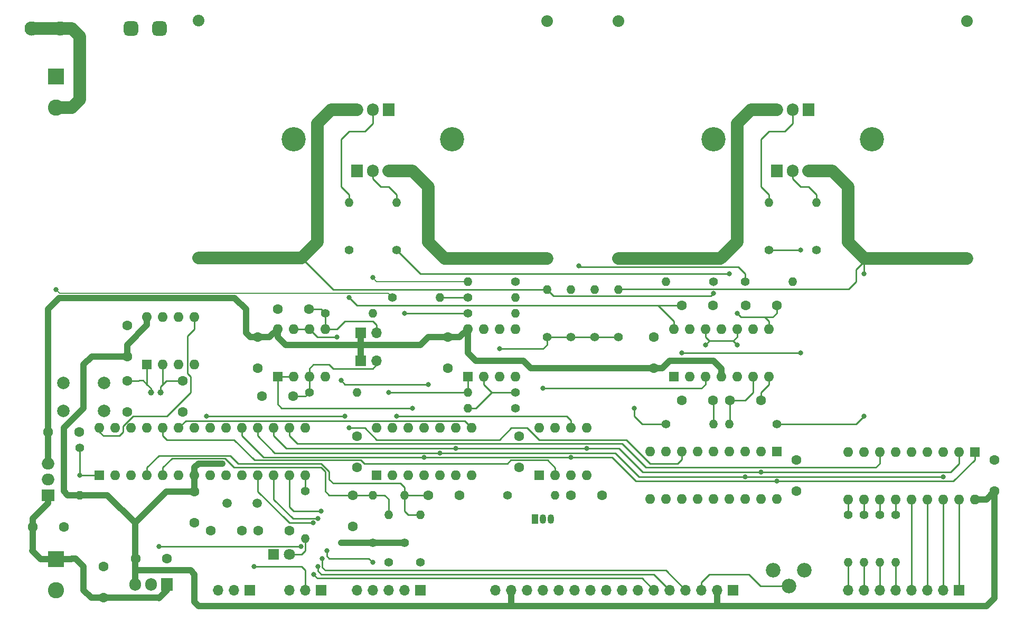
<source format=gbr>
%TF.GenerationSoftware,KiCad,Pcbnew,7.0.9*%
%TF.CreationDate,2024-01-17T08:58:22+01:00*%
%TF.ProjectId,DC Electronic Load,44432045-6c65-4637-9472-6f6e6963204c,rev?*%
%TF.SameCoordinates,Original*%
%TF.FileFunction,Copper,L1,Top*%
%TF.FilePolarity,Positive*%
%FSLAX46Y46*%
G04 Gerber Fmt 4.6, Leading zero omitted, Abs format (unit mm)*
G04 Created by KiCad (PCBNEW 7.0.9) date 2024-01-17 08:58:22*
%MOMM*%
%LPD*%
G01*
G04 APERTURE LIST*
G04 Aperture macros list*
%AMRoundRect*
0 Rectangle with rounded corners*
0 $1 Rounding radius*
0 $2 $3 $4 $5 $6 $7 $8 $9 X,Y pos of 4 corners*
0 Add a 4 corners polygon primitive as box body*
4,1,4,$2,$3,$4,$5,$6,$7,$8,$9,$2,$3,0*
0 Add four circle primitives for the rounded corners*
1,1,$1+$1,$2,$3*
1,1,$1+$1,$4,$5*
1,1,$1+$1,$6,$7*
1,1,$1+$1,$8,$9*
0 Add four rect primitives between the rounded corners*
20,1,$1+$1,$2,$3,$4,$5,0*
20,1,$1+$1,$4,$5,$6,$7,0*
20,1,$1+$1,$6,$7,$8,$9,0*
20,1,$1+$1,$8,$9,$2,$3,0*%
G04 Aperture macros list end*
%TA.AperFunction,ComponentPad*%
%ADD10C,1.000000*%
%TD*%
%TA.AperFunction,ComponentPad*%
%ADD11C,3.885000*%
%TD*%
%TA.AperFunction,ComponentPad*%
%ADD12C,2.000000*%
%TD*%
%TA.AperFunction,ComponentPad*%
%ADD13C,1.600000*%
%TD*%
%TA.AperFunction,ComponentPad*%
%ADD14R,1.700000X1.700000*%
%TD*%
%TA.AperFunction,ComponentPad*%
%ADD15O,1.700000X1.700000*%
%TD*%
%TA.AperFunction,ComponentPad*%
%ADD16R,1.600000X1.600000*%
%TD*%
%TA.AperFunction,ComponentPad*%
%ADD17O,1.600000X1.600000*%
%TD*%
%TA.AperFunction,ComponentPad*%
%ADD18R,1.905000X2.000000*%
%TD*%
%TA.AperFunction,ComponentPad*%
%ADD19O,1.905000X2.000000*%
%TD*%
%TA.AperFunction,ComponentPad*%
%ADD20RoundRect,0.575000X0.575000X0.575000X-0.575000X0.575000X-0.575000X-0.575000X0.575000X-0.575000X0*%
%TD*%
%TA.AperFunction,ComponentPad*%
%ADD21C,2.300000*%
%TD*%
%TA.AperFunction,ComponentPad*%
%ADD22C,1.500000*%
%TD*%
%TA.AperFunction,ComponentPad*%
%ADD23C,1.400000*%
%TD*%
%TA.AperFunction,ComponentPad*%
%ADD24O,1.400000X1.400000*%
%TD*%
%TA.AperFunction,ComponentPad*%
%ADD25C,1.875000*%
%TD*%
%TA.AperFunction,ComponentPad*%
%ADD26R,2.600000X2.600000*%
%TD*%
%TA.AperFunction,ComponentPad*%
%ADD27C,2.600000*%
%TD*%
%TA.AperFunction,ComponentPad*%
%ADD28C,2.340000*%
%TD*%
%TA.AperFunction,ComponentPad*%
%ADD29R,2.000000X1.905000*%
%TD*%
%TA.AperFunction,ComponentPad*%
%ADD30O,2.000000X1.905000*%
%TD*%
%TA.AperFunction,ComponentPad*%
%ADD31R,1.050000X1.500000*%
%TD*%
%TA.AperFunction,ComponentPad*%
%ADD32O,1.050000X1.500000*%
%TD*%
%TA.AperFunction,ComponentPad*%
%ADD33R,1.800000X1.800000*%
%TD*%
%TA.AperFunction,ComponentPad*%
%ADD34C,1.800000*%
%TD*%
%TA.AperFunction,ViaPad*%
%ADD35C,0.800000*%
%TD*%
%TA.AperFunction,Conductor*%
%ADD36C,0.250000*%
%TD*%
%TA.AperFunction,Conductor*%
%ADD37C,1.000000*%
%TD*%
%TA.AperFunction,Conductor*%
%ADD38C,0.200000*%
%TD*%
%TA.AperFunction,Conductor*%
%ADD39C,2.000000*%
%TD*%
G04 APERTURE END LIST*
D10*
%TO.P,Y2,1,1*%
%TO.N,Net-(U10-X2)*%
X87884000Y-95250000D03*
%TO.P,Y2,2,2*%
%TO.N,Net-(U10-X1)*%
X86360000Y-95250000D03*
%TD*%
D11*
%TO.P,H2,1,1*%
%TO.N,unconnected-(H2-Pad1)*%
X176530000Y-54610000D03*
%TO.P,H2,2,2*%
%TO.N,unconnected-(H2-Pad2)*%
X201930000Y-54610000D03*
%TD*%
%TO.P,H1,1,1*%
%TO.N,unconnected-(H1-Pad1)*%
X109220000Y-54610000D03*
%TO.P,H1,2,2*%
%TO.N,unconnected-(H1-Pad2)*%
X134620000Y-54610000D03*
%TD*%
D12*
%TO.P,SW1,1,1*%
%TO.N,GND*%
X72315000Y-93762000D03*
X78815000Y-93762000D03*
%TO.P,SW1,2,2*%
%TO.N,Net-(U11-PC6{slash}~{RESET})*%
X72315000Y-98262000D03*
X78815000Y-98262000D03*
%TD*%
D13*
%TO.P,C24,1*%
%TO.N,Net-(U12-VI)*%
X67370000Y-116840000D03*
%TO.P,C24,2*%
%TO.N,GND*%
X72370000Y-116840000D03*
%TD*%
%TO.P,C6,1*%
%TO.N,Net-(U3C--)*%
X181670000Y-81280000D03*
%TO.P,C6,2*%
%TO.N,Net-(C6-Pad2)*%
X186670000Y-81280000D03*
%TD*%
D14*
%TO.P,J2,1,Pin_1*%
%TO.N,/Digital/TXD*%
X102250000Y-127000000D03*
D15*
%TO.P,J2,2,Pin_2*%
%TO.N,/Digital/RXD*%
X99710000Y-127000000D03*
%TO.P,J2,3,Pin_3*%
%TO.N,GND*%
X97170000Y-127000000D03*
%TD*%
D16*
%TO.P,U11,1,PC6/~{RESET}*%
%TO.N,Net-(U11-PC6{slash}~{RESET})*%
X78115000Y-108575000D03*
D17*
%TO.P,U11,2,PD0*%
%TO.N,/Digital/RXD*%
X80655000Y-108575000D03*
%TO.P,U11,3,PD1*%
%TO.N,/Digital/TXD*%
X83195000Y-108575000D03*
%TO.P,U11,4,PD2*%
%TO.N,/Digital/RE_A*%
X85735000Y-108575000D03*
%TO.P,U11,5,PD3*%
%TO.N,/Digital/RE_B*%
X88275000Y-108575000D03*
%TO.P,U11,6,PD4*%
%TO.N,/Digital/LCD_CS*%
X90815000Y-108575000D03*
%TO.P,U11,7,VCC*%
%TO.N,+5V*%
X93355000Y-108575000D03*
%TO.P,U11,8,GND*%
%TO.N,GND*%
X95895000Y-108575000D03*
%TO.P,U11,9,PB6/XTAL1*%
%TO.N,Net-(U11-PB6{slash}XTAL1)*%
X98435000Y-108575000D03*
%TO.P,U11,10,PB7/XTAL2*%
%TO.N,Net-(U11-PB7{slash}XTAL2)*%
X100975000Y-108575000D03*
%TO.P,U11,11,PD5*%
%TO.N,/Digital/LCD_EN*%
X103515000Y-108575000D03*
%TO.P,U11,12,PD6*%
%TO.N,/Digital/LCD_RW*%
X106055000Y-108575000D03*
%TO.P,U11,13,PD7*%
%TO.N,/Digital/LCD_RS*%
X108595000Y-108575000D03*
%TO.P,U11,14,PB0*%
%TO.N,/Digital/LED_PWR*%
X111135000Y-108575000D03*
%TO.P,U11,15,PB1*%
%TO.N,/Digital/RE_BTN*%
X111135000Y-100955000D03*
%TO.P,U11,16,PB2*%
%TO.N,/Digital/KEY_CS*%
X108595000Y-100955000D03*
%TO.P,U11,17,PB3*%
%TO.N,/Digital/MOSI*%
X106055000Y-100955000D03*
%TO.P,U11,18,PB4*%
%TO.N,/Digital/MISO*%
X103515000Y-100955000D03*
%TO.P,U11,19,PB5*%
%TO.N,/Digital/SCLK*%
X100975000Y-100955000D03*
%TO.P,U11,20,AVCC*%
%TO.N,+5V*%
X98435000Y-100955000D03*
%TO.P,U11,21,AREF*%
%TO.N,unconnected-(U11-AREF-Pad21)*%
X95895000Y-100955000D03*
%TO.P,U11,22,AGND*%
%TO.N,GND*%
X93355000Y-100955000D03*
%TO.P,U11,23,PC0*%
%TO.N,/Digital/ADC_CS*%
X90815000Y-100955000D03*
%TO.P,U11,24,PC1*%
%TO.N,/Digital/DAC_CS*%
X88275000Y-100955000D03*
%TO.P,U11,25,PC2*%
%TO.N,Net-(J4-Pin_1)*%
X85735000Y-100955000D03*
%TO.P,U11,26,PC3*%
%TO.N,Net-(J4-Pin_2)*%
X83195000Y-100955000D03*
%TO.P,U11,27,PC4*%
%TO.N,/Digital/SDA*%
X80655000Y-100955000D03*
%TO.P,U11,28,PC5*%
%TO.N,/Digital/SCL*%
X78115000Y-100955000D03*
%TD*%
D18*
%TO.P,U12,1,VI*%
%TO.N,Net-(U12-VI)*%
X88900000Y-126055000D03*
D19*
%TO.P,U12,2,GND*%
%TO.N,GND*%
X86360000Y-126055000D03*
%TO.P,U12,3,VO*%
%TO.N,+5V*%
X83820000Y-126055000D03*
%TD*%
D20*
%TO.P,F1,1*%
%TO.N,GND*%
X87720000Y-36830000D03*
X83120000Y-36830000D03*
D21*
%TO.P,F1,2*%
%TO.N,/Vload+*%
X71820000Y-36830000D03*
X67220000Y-36830000D03*
%TD*%
D22*
%TO.P,Y1,1,1*%
%TO.N,Net-(U11-PB7{slash}XTAL2)*%
X103415000Y-113030000D03*
%TO.P,Y1,2,2*%
%TO.N,Net-(U11-PB6{slash}XTAL1)*%
X98535000Y-113030000D03*
%TD*%
D14*
%TO.P,U9,1,VSS*%
%TO.N,GND*%
X179705000Y-127000000D03*
D15*
%TO.P,U9,2,VDD*%
%TO.N,+5V*%
X177165000Y-127000000D03*
%TO.P,U9,3,VO*%
%TO.N,Net-(U9-VO)*%
X174625000Y-127000000D03*
%TO.P,U9,4,RS*%
%TO.N,/Digital/LCD_RS*%
X172085000Y-127000000D03*
%TO.P,U9,5,R/W*%
%TO.N,/Digital/LCD_RW*%
X169545000Y-127000000D03*
%TO.P,U9,6,E*%
%TO.N,/Digital/LCD_EN*%
X167005000Y-127000000D03*
%TO.P,U9,7,DB0*%
%TO.N,Net-(U6-GP7)*%
X164465000Y-127000000D03*
%TO.P,U9,8,DB1*%
%TO.N,Net-(U6-GP6)*%
X161925000Y-127000000D03*
%TO.P,U9,9,DB2*%
%TO.N,Net-(U6-GP5)*%
X159385000Y-127000000D03*
%TO.P,U9,10,DB3*%
%TO.N,Net-(U6-GP4)*%
X156845000Y-127000000D03*
%TO.P,U9,11,DB4*%
%TO.N,Net-(U6-GP3)*%
X154305000Y-127000000D03*
%TO.P,U9,12,DB5*%
%TO.N,Net-(U6-GP2)*%
X151765000Y-127000000D03*
%TO.P,U9,13,DB6*%
%TO.N,Net-(U6-GP1)*%
X149225000Y-127000000D03*
%TO.P,U9,14,DB7*%
%TO.N,Net-(U6-GP0)*%
X146685000Y-127000000D03*
%TO.P,U9,15,A*%
%TO.N,+5V*%
X144145000Y-127000000D03*
%TO.P,U9,16,K*%
%TO.N,GND*%
X141605000Y-127000000D03*
%TD*%
D23*
%TO.P,R29,1*%
%TO.N,Net-(U4-GP1)*%
X200660000Y-114935000D03*
D24*
%TO.P,R29,2*%
%TO.N,Net-(J3-Pin_7)*%
X200660000Y-122555000D03*
%TD*%
D25*
%TO.P,R19,1,1*%
%TO.N,GND*%
X149860000Y-35672500D03*
%TO.P,R19,2,2*%
%TO.N,/Vi1*%
X149860000Y-73772500D03*
%TD*%
D23*
%TO.P,R1,1*%
%TO.N,Net-(U1-+IN_A)*%
X153670000Y-86360000D03*
D24*
%TO.P,R1,2*%
%TO.N,/Vi1*%
X153670000Y-78740000D03*
%TD*%
D13*
%TO.P,C4,1*%
%TO.N,Net-(U3B--)*%
X179130000Y-96520000D03*
%TO.P,C4,2*%
%TO.N,Net-(C4-Pad2)*%
X184130000Y-96520000D03*
%TD*%
%TO.P,C15,1*%
%TO.N,GND*%
X100925000Y-117475000D03*
%TO.P,C15,2*%
%TO.N,Net-(U11-PB6{slash}XTAL1)*%
X95925000Y-117475000D03*
%TD*%
D23*
%TO.P,R34,1*%
%TO.N,Net-(SW2-A)*%
X129540000Y-122555000D03*
D24*
%TO.P,R34,2*%
%TO.N,/Digital/RE_A*%
X129540000Y-114935000D03*
%TD*%
D23*
%TO.P,R27,1*%
%TO.N,Net-(U4-GP3)*%
X205740000Y-114935000D03*
D24*
%TO.P,R27,2*%
%TO.N,Net-(J3-Pin_5)*%
X205740000Y-122555000D03*
%TD*%
D13*
%TO.P,C1,1*%
%TO.N,+12V*%
X103505000Y-86400000D03*
%TO.P,C1,2*%
%TO.N,GND*%
X103505000Y-91400000D03*
%TD*%
D23*
%TO.P,R7,1*%
%TO.N,ADC_ULoad*%
X137170000Y-82540000D03*
D24*
%TO.P,R7,2*%
%TO.N,Net-(U1--IN_B)*%
X144790000Y-82540000D03*
%TD*%
D23*
%TO.P,R35,1*%
%TO.N,Net-(SW2-B)*%
X124460000Y-122555000D03*
D24*
%TO.P,R35,2*%
%TO.N,/Digital/RE_B*%
X124460000Y-114935000D03*
%TD*%
D23*
%TO.P,R23,1*%
%TO.N,Net-(U2A-+)*%
X111760000Y-95250000D03*
D24*
%TO.P,R23,2*%
%TO.N,GND*%
X119380000Y-95250000D03*
%TD*%
D13*
%TO.P,C10,1*%
%TO.N,GND*%
X221605000Y-106085000D03*
%TO.P,C10,2*%
%TO.N,+5V*%
X221605000Y-111085000D03*
%TD*%
%TO.P,C2,1*%
%TO.N,+12V*%
X167005000Y-91400000D03*
%TO.P,C2,2*%
%TO.N,GND*%
X167005000Y-86400000D03*
%TD*%
D16*
%TO.P,U6,1,SCK*%
%TO.N,/Digital/SCLK*%
X186690000Y-104775000D03*
D17*
%TO.P,U6,2,SI*%
%TO.N,/Digital/MOSI*%
X184150000Y-104775000D03*
%TO.P,U6,3,SO*%
%TO.N,/Digital/MISO*%
X181610000Y-104775000D03*
%TO.P,U6,4,A1*%
%TO.N,GND*%
X179070000Y-104775000D03*
%TO.P,U6,5,A0*%
%TO.N,+5V*%
X176530000Y-104775000D03*
%TO.P,U6,6,~{RESET}*%
X173990000Y-104775000D03*
%TO.P,U6,7,~{CS}*%
%TO.N,/Digital/LCD_CS*%
X171450000Y-104775000D03*
%TO.P,U6,8,INT*%
%TO.N,unconnected-(U6-INT-Pad8)*%
X168910000Y-104775000D03*
%TO.P,U6,9,VSS*%
%TO.N,GND*%
X166370000Y-104775000D03*
%TO.P,U6,10,GP0*%
%TO.N,Net-(U6-GP0)*%
X166370000Y-112395000D03*
%TO.P,U6,11,GP1*%
%TO.N,Net-(U6-GP1)*%
X168910000Y-112395000D03*
%TO.P,U6,12,GP2*%
%TO.N,Net-(U6-GP2)*%
X171450000Y-112395000D03*
%TO.P,U6,13,GP3*%
%TO.N,Net-(U6-GP3)*%
X173990000Y-112395000D03*
%TO.P,U6,14,GP4*%
%TO.N,Net-(U6-GP4)*%
X176530000Y-112395000D03*
%TO.P,U6,15,GP5*%
%TO.N,Net-(U6-GP5)*%
X179070000Y-112395000D03*
%TO.P,U6,16,GP6*%
%TO.N,Net-(U6-GP6)*%
X181610000Y-112395000D03*
%TO.P,U6,17,GP7*%
%TO.N,Net-(U6-GP7)*%
X184150000Y-112395000D03*
%TO.P,U6,18,VDD*%
%TO.N,+5V*%
X186690000Y-112395000D03*
%TD*%
D23*
%TO.P,R2,1*%
%TO.N,Net-(U1-+IN_A)*%
X149860000Y-86360000D03*
D24*
%TO.P,R2,2*%
%TO.N,/Vi2*%
X149860000Y-78740000D03*
%TD*%
D14*
%TO.P,J3,1,Pin_1*%
%TO.N,Net-(J3-Pin_1)*%
X215900000Y-126990000D03*
D15*
%TO.P,J3,2,Pin_2*%
%TO.N,Net-(J3-Pin_2)*%
X213360000Y-126990000D03*
%TO.P,J3,3,Pin_3*%
%TO.N,Net-(J3-Pin_3)*%
X210820000Y-126990000D03*
%TO.P,J3,4,Pin_4*%
%TO.N,Net-(J3-Pin_4)*%
X208280000Y-126990000D03*
%TO.P,J3,5,Pin_5*%
%TO.N,Net-(J3-Pin_5)*%
X205740000Y-126990000D03*
%TO.P,J3,6,Pin_6*%
%TO.N,Net-(J3-Pin_6)*%
X203200000Y-126990000D03*
%TO.P,J3,7,Pin_7*%
%TO.N,Net-(J3-Pin_7)*%
X200660000Y-126990000D03*
%TO.P,J3,8,Pin_8*%
%TO.N,Net-(J3-Pin_8)*%
X198120000Y-126990000D03*
%TD*%
D23*
%TO.P,R3,1*%
%TO.N,Net-(U1-+IN_A)*%
X161290000Y-86360000D03*
D24*
%TO.P,R3,2*%
%TO.N,/Vi3*%
X161290000Y-78740000D03*
%TD*%
D23*
%TO.P,R6,1*%
%TO.N,GND*%
X144790000Y-97780000D03*
D24*
%TO.P,R6,2*%
%TO.N,Net-(U1--IN_A)*%
X137170000Y-97780000D03*
%TD*%
D13*
%TO.P,C23,1*%
%TO.N,Net-(U12-VI)*%
X78740000Y-128210000D03*
%TO.P,C23,2*%
%TO.N,GND*%
X78740000Y-123210000D03*
%TD*%
D23*
%TO.P,R16,1*%
%TO.N,Net-(C4-Pad2)*%
X193040000Y-72390000D03*
D24*
%TO.P,R16,2*%
%TO.N,Net-(Q3-G)*%
X193040000Y-64770000D03*
%TD*%
D13*
%TO.P,C12,1*%
%TO.N,GND*%
X119385000Y-107275000D03*
%TO.P,C12,2*%
%TO.N,+5V*%
X119385000Y-102275000D03*
%TD*%
D23*
%TO.P,R9,1*%
%TO.N,Net-(U1--IN_B)*%
X144780000Y-77470000D03*
D24*
%TO.P,R9,2*%
%TO.N,/Vload-*%
X137160000Y-77470000D03*
%TD*%
D23*
%TO.P,R33,1*%
%TO.N,+5V*%
X127000000Y-119380000D03*
D24*
%TO.P,R33,2*%
%TO.N,/Digital/RE_A*%
X127000000Y-111760000D03*
%TD*%
D13*
%TO.P,C17,1*%
%TO.N,+5V*%
X82550000Y-89495000D03*
%TO.P,C17,2*%
%TO.N,GND*%
X82550000Y-84495000D03*
%TD*%
D18*
%TO.P,Q2,1,D*%
%TO.N,/Vload-*%
X124460000Y-49855000D03*
D19*
%TO.P,Q2,2,G*%
%TO.N,Net-(Q2-G)*%
X121920000Y-49855000D03*
%TO.P,Q2,3,S*%
%TO.N,/Vi2*%
X119380000Y-49855000D03*
%TD*%
D26*
%TO.P,J1,1,Pin_1*%
%TO.N,/Vload-*%
X71120000Y-44530000D03*
D27*
%TO.P,J1,2,Pin_2*%
%TO.N,/Vload+*%
X71120000Y-49530000D03*
%TD*%
D23*
%TO.P,R30,1*%
%TO.N,Net-(U4-GP0)*%
X198120000Y-114935000D03*
D24*
%TO.P,R30,2*%
%TO.N,Net-(J3-Pin_8)*%
X198120000Y-122555000D03*
%TD*%
D23*
%TO.P,R31,1*%
%TO.N,Net-(U11-PC6{slash}~{RESET})*%
X74930000Y-104140000D03*
D24*
%TO.P,R31,2*%
%TO.N,+5V*%
X74930000Y-111760000D03*
%TD*%
D28*
%TO.P,RV1,1,1*%
%TO.N,+5V*%
X191135000Y-123825000D03*
%TO.P,RV1,2,2*%
%TO.N,Net-(U9-VO)*%
X188635000Y-126325000D03*
%TO.P,RV1,3,3*%
%TO.N,GND*%
X186135000Y-123825000D03*
%TD*%
D13*
%TO.P,C9,1*%
%TO.N,GND*%
X158710000Y-111760000D03*
%TO.P,C9,2*%
%TO.N,/Digital/Vref*%
X153710000Y-111760000D03*
%TD*%
%TO.P,C26,1*%
%TO.N,+12V*%
X69890000Y-101600000D03*
%TO.P,C26,2*%
%TO.N,GND*%
X74890000Y-101600000D03*
%TD*%
D23*
%TO.P,R10,1*%
%TO.N,/Vload+*%
X125095000Y-80010000D03*
D24*
%TO.P,R10,2*%
%TO.N,Net-(U1-+IN_B)*%
X132715000Y-80010000D03*
%TD*%
D23*
%TO.P,R17,1*%
%TO.N,Net-(C5-Pad2)*%
X118110000Y-72390000D03*
D24*
%TO.P,R17,2*%
%TO.N,Net-(Q2-G)*%
X118110000Y-64770000D03*
%TD*%
D13*
%TO.P,C3,1*%
%TO.N,Net-(U3A--)*%
X176470000Y-96520000D03*
%TO.P,C3,2*%
%TO.N,Net-(C3-Pad2)*%
X171470000Y-96520000D03*
%TD*%
D29*
%TO.P,U13,1,IN*%
%TO.N,Net-(U12-VI)*%
X69850000Y-111760000D03*
D30*
%TO.P,U13,2,GND*%
%TO.N,GND*%
X69850000Y-109220000D03*
%TO.P,U13,3,OUT*%
%TO.N,+12V*%
X69850000Y-106680000D03*
%TD*%
D23*
%TO.P,R8,1*%
%TO.N,Net-(U1-+IN_B)*%
X137170000Y-80000000D03*
D24*
%TO.P,R8,2*%
%TO.N,GND*%
X144790000Y-80000000D03*
%TD*%
D16*
%TO.P,U8,1,CH0*%
%TO.N,ADC_ILoad*%
X122555000Y-108585000D03*
D17*
%TO.P,U8,2,CH1*%
%TO.N,ADC_ULoad*%
X125095000Y-108585000D03*
%TO.P,U8,3,CH2*%
%TO.N,NTC1_OUT*%
X127635000Y-108585000D03*
%TO.P,U8,4,CH3*%
%TO.N,NTC2_OUT*%
X130175000Y-108585000D03*
%TO.P,U8,5,NC*%
%TO.N,unconnected-(U8-NC-Pad5)*%
X132715000Y-108585000D03*
%TO.P,U8,6,NC*%
%TO.N,unconnected-(U8-NC-Pad6)*%
X135255000Y-108585000D03*
%TO.P,U8,7,DGND*%
%TO.N,GND*%
X137795000Y-108585000D03*
%TO.P,U8,8,~{CS}/SHDN*%
%TO.N,/Digital/ADC_CS*%
X137795000Y-100965000D03*
%TO.P,U8,9,Din*%
%TO.N,/Digital/MOSI*%
X135255000Y-100965000D03*
%TO.P,U8,10,Dout*%
%TO.N,/Digital/MISO*%
X132715000Y-100965000D03*
%TO.P,U8,11,CLK*%
%TO.N,/Digital/SCLK*%
X130175000Y-100965000D03*
%TO.P,U8,12,AGND*%
%TO.N,GND*%
X127635000Y-100965000D03*
%TO.P,U8,13,Vref*%
%TO.N,/Digital/Vref*%
X125095000Y-100965000D03*
%TO.P,U8,14,Vdd*%
%TO.N,+5V*%
X122555000Y-100965000D03*
%TD*%
D14*
%TO.P,TH2,1*%
%TO.N,+12V*%
X120015000Y-85725000D03*
D15*
%TO.P,TH2,2*%
%TO.N,Net-(U2B-+)*%
X122555000Y-85725000D03*
%TD*%
D13*
%TO.P,C21,1*%
%TO.N,GND*%
X118745000Y-116800000D03*
%TO.P,C21,2*%
%TO.N,/Digital/RE_B*%
X118745000Y-111800000D03*
%TD*%
D23*
%TO.P,R5,1*%
%TO.N,Net-(U1--IN_A)*%
X144790000Y-95240000D03*
D24*
%TO.P,R5,2*%
%TO.N,ADC_ILoad*%
X137170000Y-95240000D03*
%TD*%
D23*
%TO.P,R15,1*%
%TO.N,Net-(C3-Pad2)*%
X185420000Y-72390000D03*
D24*
%TO.P,R15,2*%
%TO.N,Net-(Q4-G)*%
X185420000Y-64770000D03*
%TD*%
D23*
%TO.P,R14,1*%
%TO.N,/Vi1*%
X181610000Y-77470000D03*
D24*
%TO.P,R14,2*%
%TO.N,Net-(U3C--)*%
X189230000Y-77470000D03*
%TD*%
D25*
%TO.P,R21,1,1*%
%TO.N,GND*%
X217170000Y-35672500D03*
%TO.P,R21,2,2*%
%TO.N,/Vi3*%
X217170000Y-73772500D03*
%TD*%
D13*
%TO.P,C18,1*%
%TO.N,GND*%
X93345000Y-116165000D03*
%TO.P,C18,2*%
%TO.N,+5V*%
X93345000Y-111165000D03*
%TD*%
D16*
%TO.P,U3,1*%
%TO.N,Net-(C3-Pad2)*%
X170175000Y-92700000D03*
D17*
%TO.P,U3,2,-*%
%TO.N,Net-(U3A--)*%
X172715000Y-92700000D03*
%TO.P,U3,3,+*%
%TO.N,DAC_Out*%
X175255000Y-92700000D03*
%TO.P,U3,4,V+*%
%TO.N,+12V*%
X177795000Y-92700000D03*
%TO.P,U3,5,+*%
%TO.N,DAC_Out*%
X180335000Y-92700000D03*
%TO.P,U3,6,-*%
%TO.N,Net-(U3B--)*%
X182875000Y-92700000D03*
%TO.P,U3,7*%
%TO.N,Net-(C4-Pad2)*%
X185415000Y-92700000D03*
%TO.P,U3,8*%
%TO.N,Net-(C6-Pad2)*%
X185415000Y-85080000D03*
%TO.P,U3,9,-*%
%TO.N,Net-(U3C--)*%
X182875000Y-85080000D03*
%TO.P,U3,10,+*%
%TO.N,DAC_Out*%
X180335000Y-85080000D03*
%TO.P,U3,11,V-*%
%TO.N,GND*%
X177795000Y-85080000D03*
%TO.P,U3,12,+*%
%TO.N,DAC_Out*%
X175255000Y-85080000D03*
%TO.P,U3,13,-*%
%TO.N,Net-(U3D--)*%
X172715000Y-85080000D03*
%TO.P,U3,14*%
%TO.N,Net-(C5-Pad2)*%
X170175000Y-85080000D03*
%TD*%
D23*
%TO.P,R11,1*%
%TO.N,/Vi4*%
X168905000Y-100320000D03*
D24*
%TO.P,R11,2*%
%TO.N,Net-(U3A--)*%
X176525000Y-100320000D03*
%TD*%
D18*
%TO.P,Q4,1,D*%
%TO.N,/Vload-*%
X191770000Y-49855000D03*
D19*
%TO.P,Q4,2,G*%
%TO.N,Net-(Q4-G)*%
X189230000Y-49855000D03*
%TO.P,Q4,3,S*%
%TO.N,/Vi4*%
X186690000Y-49855000D03*
%TD*%
D16*
%TO.P,U1,1,OUTPUT_A*%
%TO.N,ADC_ILoad*%
X137160000Y-92710000D03*
D17*
%TO.P,U1,2,-IN_A*%
%TO.N,Net-(U1--IN_A)*%
X139700000Y-92710000D03*
%TO.P,U1,3,+IN_A*%
%TO.N,Net-(U1-+IN_A)*%
X142240000Y-92710000D03*
%TO.P,U1,4,V-*%
%TO.N,GND*%
X144780000Y-92710000D03*
%TO.P,U1,5,+IN_B*%
%TO.N,Net-(U1-+IN_B)*%
X144780000Y-85090000D03*
%TO.P,U1,6,-IN_B*%
%TO.N,Net-(U1--IN_B)*%
X142240000Y-85090000D03*
%TO.P,U1,7,OUTPUT_B*%
%TO.N,ADC_ULoad*%
X139700000Y-85090000D03*
%TO.P,U1,8,V+*%
%TO.N,+12V*%
X137160000Y-85090000D03*
%TD*%
D25*
%TO.P,R20,1,1*%
%TO.N,GND*%
X93980000Y-35560000D03*
%TO.P,R20,2,2*%
%TO.N,/Vi2*%
X93980000Y-73660000D03*
%TD*%
D14*
%TO.P,SW2,1,A*%
%TO.N,Net-(SW2-A)*%
X129550000Y-126990000D03*
D15*
%TO.P,SW2,2,C*%
%TO.N,GND*%
X127010000Y-126990000D03*
%TO.P,SW2,3,B*%
%TO.N,Net-(SW2-B)*%
X124470000Y-126990000D03*
%TO.P,SW2,4,S1*%
%TO.N,/Digital/RE_BTN*%
X121930000Y-126990000D03*
%TO.P,SW2,5,S2*%
%TO.N,GND*%
X119390000Y-126990000D03*
%TD*%
D25*
%TO.P,R22,1,1*%
%TO.N,GND*%
X161290000Y-35672500D03*
%TO.P,R22,2,2*%
%TO.N,/Vi4*%
X161290000Y-73772500D03*
%TD*%
D16*
%TO.P,U7,1,Vdd*%
%TO.N,+5V*%
X148600000Y-108575000D03*
D17*
%TO.P,U7,2,~{CS}*%
%TO.N,/Digital/DAC_CS*%
X151140000Y-108575000D03*
%TO.P,U7,3,SCK*%
%TO.N,/Digital/SCLK*%
X153680000Y-108575000D03*
%TO.P,U7,4,SDI*%
%TO.N,/Digital/MOSI*%
X156220000Y-108575000D03*
%TO.P,U7,5,~{LDAC}*%
%TO.N,GND*%
X156220000Y-100955000D03*
%TO.P,U7,6,Vref*%
%TO.N,/Digital/Vref*%
X153680000Y-100955000D03*
%TO.P,U7,7,Vss*%
%TO.N,GND*%
X151140000Y-100955000D03*
%TO.P,U7,8,Vout*%
%TO.N,DAC_Out*%
X148600000Y-100955000D03*
%TD*%
D16*
%TO.P,U2,1*%
%TO.N,NTC1_OUT*%
X106690000Y-92700000D03*
D17*
%TO.P,U2,2,-*%
X109230000Y-92700000D03*
%TO.P,U2,3,+*%
%TO.N,Net-(U2A-+)*%
X111770000Y-92700000D03*
%TO.P,U2,4,V-*%
%TO.N,GND*%
X114310000Y-92700000D03*
%TO.P,U2,5,+*%
%TO.N,Net-(U2B-+)*%
X114310000Y-85080000D03*
%TO.P,U2,6,-*%
%TO.N,NTC2_OUT*%
X111770000Y-85080000D03*
%TO.P,U2,7*%
X109230000Y-85080000D03*
%TO.P,U2,8,V+*%
%TO.N,+12V*%
X106690000Y-85080000D03*
%TD*%
D13*
%TO.P,C14,1*%
%TO.N,+5V*%
X189865000Y-111085000D03*
%TO.P,C14,2*%
%TO.N,GND*%
X189865000Y-106085000D03*
%TD*%
%TO.P,C25,1*%
%TO.N,+5V*%
X83880000Y-121920000D03*
%TO.P,C25,2*%
%TO.N,GND*%
X88880000Y-121920000D03*
%TD*%
D31*
%TO.P,U5,1*%
%TO.N,N/C*%
X147955000Y-115570000D03*
D32*
%TO.P,U5,2,K*%
%TO.N,/Digital/Vref*%
X149225000Y-115570000D03*
%TO.P,U5,3,A*%
%TO.N,GND*%
X150495000Y-115570000D03*
%TD*%
D13*
%TO.P,C7,1*%
%TO.N,Net-(U2A-+)*%
X109160000Y-95885000D03*
%TO.P,C7,2*%
%TO.N,GND*%
X104160000Y-95885000D03*
%TD*%
D33*
%TO.P,D1,1,K*%
%TO.N,GND*%
X106045000Y-121285000D03*
D34*
%TO.P,D1,2,A*%
%TO.N,Net-(D1-A)*%
X108585000Y-121285000D03*
%TD*%
D23*
%TO.P,R25,1*%
%TO.N,/Digital/LED_PWR*%
X111125000Y-111125000D03*
D24*
%TO.P,R25,2*%
%TO.N,Net-(D1-A)*%
X111125000Y-118745000D03*
%TD*%
D13*
%TO.P,C20,1*%
%TO.N,Net-(U10-X2)*%
X91440000Y-93385000D03*
%TO.P,C20,2*%
%TO.N,GND*%
X91440000Y-98385000D03*
%TD*%
D23*
%TO.P,R24,1*%
%TO.N,Net-(U2B-+)*%
X114300000Y-82550000D03*
D24*
%TO.P,R24,2*%
%TO.N,GND*%
X121920000Y-82550000D03*
%TD*%
D14*
%TO.P,J4,1,Pin_1*%
%TO.N,Net-(J4-Pin_1)*%
X113665000Y-127000000D03*
D15*
%TO.P,J4,2,Pin_2*%
%TO.N,Net-(J4-Pin_2)*%
X111125000Y-127000000D03*
%TO.P,J4,3,Pin_3*%
%TO.N,GND*%
X108585000Y-127000000D03*
%TD*%
D23*
%TO.P,R28,1*%
%TO.N,Net-(U4-GP2)*%
X203200000Y-114935000D03*
D24*
%TO.P,R28,2*%
%TO.N,Net-(J3-Pin_6)*%
X203200000Y-122555000D03*
%TD*%
D13*
%TO.P,C8,1*%
%TO.N,Net-(U2B-+)*%
X111700000Y-81915000D03*
%TO.P,C8,2*%
%TO.N,GND*%
X106700000Y-81915000D03*
%TD*%
%TO.P,C27,1*%
%TO.N,GND*%
X133985000Y-91400000D03*
%TO.P,C27,2*%
%TO.N,+12V*%
X133985000Y-86400000D03*
%TD*%
D23*
%TO.P,R18,1*%
%TO.N,Net-(C6-Pad2)*%
X125730000Y-72390000D03*
D24*
%TO.P,R18,2*%
%TO.N,Net-(Q1-G)*%
X125730000Y-64770000D03*
%TD*%
D16*
%TO.P,U10,1,X1*%
%TO.N,Net-(U10-X1)*%
X85735000Y-90795000D03*
D17*
%TO.P,U10,2,X2*%
%TO.N,Net-(U10-X2)*%
X88275000Y-90795000D03*
%TO.P,U10,3,VBAT*%
%TO.N,GND*%
X90815000Y-90795000D03*
%TO.P,U10,4,VSS*%
X93355000Y-90795000D03*
%TO.P,U10,5,SDA*%
%TO.N,/Digital/SCL*%
X93355000Y-83175000D03*
%TO.P,U10,6,SCL*%
%TO.N,/Digital/SDA*%
X90815000Y-83175000D03*
%TO.P,U10,7,MFP*%
%TO.N,/Digital/FLOAT*%
X88275000Y-83175000D03*
%TO.P,U10,8,VCC*%
%TO.N,+5V*%
X85735000Y-83175000D03*
%TD*%
D13*
%TO.P,C5,1*%
%TO.N,Net-(U3D--)*%
X176470000Y-81280000D03*
%TO.P,C5,2*%
%TO.N,Net-(C5-Pad2)*%
X171470000Y-81280000D03*
%TD*%
D23*
%TO.P,R13,1*%
%TO.N,/Vi2*%
X176530000Y-77470000D03*
D24*
%TO.P,R13,2*%
%TO.N,Net-(U3D--)*%
X168910000Y-77470000D03*
%TD*%
D13*
%TO.P,C16,1*%
%TO.N,GND*%
X103545000Y-117475000D03*
%TO.P,C16,2*%
%TO.N,Net-(U11-PB7{slash}XTAL2)*%
X108545000Y-117475000D03*
%TD*%
D16*
%TO.P,U4,1,SCK*%
%TO.N,/Digital/SCLK*%
X218430000Y-104785000D03*
D17*
%TO.P,U4,2,SI*%
%TO.N,/Digital/MOSI*%
X215890000Y-104785000D03*
%TO.P,U4,3,SO*%
%TO.N,/Digital/MISO*%
X213350000Y-104785000D03*
%TO.P,U4,4,A1*%
%TO.N,GND*%
X210810000Y-104785000D03*
%TO.P,U4,5,A0*%
X208270000Y-104785000D03*
%TO.P,U4,6,~{RESET}*%
X205730000Y-104785000D03*
%TO.P,U4,7,~{CS}*%
%TO.N,/Digital/KEY_CS*%
X203190000Y-104785000D03*
%TO.P,U4,8,INT*%
%TO.N,unconnected-(U4-INT-Pad8)*%
X200650000Y-104785000D03*
%TO.P,U4,9,VSS*%
%TO.N,GND*%
X198110000Y-104785000D03*
%TO.P,U4,10,GP0*%
%TO.N,Net-(U4-GP0)*%
X198110000Y-112405000D03*
%TO.P,U4,11,GP1*%
%TO.N,Net-(U4-GP1)*%
X200650000Y-112405000D03*
%TO.P,U4,12,GP2*%
%TO.N,Net-(U4-GP2)*%
X203190000Y-112405000D03*
%TO.P,U4,13,GP3*%
%TO.N,Net-(U4-GP3)*%
X205730000Y-112405000D03*
%TO.P,U4,14,GP4*%
%TO.N,Net-(J3-Pin_4)*%
X208270000Y-112405000D03*
%TO.P,U4,15,GP5*%
%TO.N,Net-(J3-Pin_3)*%
X210810000Y-112405000D03*
%TO.P,U4,16,GP6*%
%TO.N,Net-(J3-Pin_2)*%
X213350000Y-112405000D03*
%TO.P,U4,17,GP7*%
%TO.N,Net-(J3-Pin_1)*%
X215890000Y-112405000D03*
%TO.P,U4,18,VDD*%
%TO.N,+5V*%
X218430000Y-112405000D03*
%TD*%
D13*
%TO.P,C22,1*%
%TO.N,GND*%
X135850000Y-111760000D03*
%TO.P,C22,2*%
%TO.N,/Digital/RE_A*%
X130850000Y-111760000D03*
%TD*%
D23*
%TO.P,R12,1*%
%TO.N,/Vi3*%
X186685000Y-100330000D03*
D24*
%TO.P,R12,2*%
%TO.N,Net-(U3B--)*%
X179065000Y-100330000D03*
%TD*%
D13*
%TO.P,C19,1*%
%TO.N,Net-(U10-X1)*%
X82550000Y-93385000D03*
%TO.P,C19,2*%
%TO.N,GND*%
X82550000Y-98385000D03*
%TD*%
D23*
%TO.P,R32,1*%
%TO.N,+5V*%
X121920000Y-119380000D03*
D24*
%TO.P,R32,2*%
%TO.N,/Digital/RE_B*%
X121920000Y-111760000D03*
%TD*%
D13*
%TO.P,C11,1*%
%TO.N,+5V*%
X145415000Y-107275000D03*
%TO.P,C11,2*%
%TO.N,GND*%
X145415000Y-102275000D03*
%TD*%
D26*
%TO.P,J5,1*%
%TO.N,Net-(U12-VI)*%
X71120000Y-122000000D03*
D27*
%TO.P,J5,2*%
%TO.N,GND*%
X71120000Y-127000000D03*
%TD*%
D18*
%TO.P,Q3,1,D*%
%TO.N,/Vload-*%
X186690000Y-59690000D03*
D19*
%TO.P,Q3,2,G*%
%TO.N,Net-(Q3-G)*%
X189230000Y-59690000D03*
%TO.P,Q3,3,S*%
%TO.N,/Vi3*%
X191770000Y-59690000D03*
%TD*%
D23*
%TO.P,R4,1*%
%TO.N,Net-(U1-+IN_A)*%
X157480000Y-86360000D03*
D24*
%TO.P,R4,2*%
%TO.N,/Vi4*%
X157480000Y-78740000D03*
%TD*%
D14*
%TO.P,TH1,1*%
%TO.N,+12V*%
X120010000Y-90170000D03*
D15*
%TO.P,TH1,2*%
%TO.N,Net-(U2A-+)*%
X122550000Y-90170000D03*
%TD*%
D18*
%TO.P,Q1,1,D*%
%TO.N,/Vload-*%
X119380000Y-59690000D03*
D19*
%TO.P,Q1,2,G*%
%TO.N,Net-(Q1-G)*%
X121920000Y-59690000D03*
%TO.P,Q1,3,S*%
%TO.N,/Vi1*%
X124460000Y-59690000D03*
%TD*%
D23*
%TO.P,R26,1*%
%TO.N,+5V*%
X143510000Y-111760000D03*
D24*
%TO.P,R26,2*%
%TO.N,/Digital/Vref*%
X151130000Y-111760000D03*
%TD*%
D35*
%TO.N,Net-(J4-Pin_1)*%
X87630000Y-120015000D03*
X110400500Y-120015000D03*
%TO.N,Net-(U11-PC6{slash}~{RESET})*%
X74930000Y-108575000D03*
%TO.N,Net-(C3-Pad2)*%
X190500000Y-72390000D03*
X190500000Y-88900000D03*
X171450000Y-88900000D03*
%TO.N,+5V*%
X97790000Y-106680000D03*
X116840000Y-129540000D03*
X116840000Y-119380000D03*
X191135000Y-129540000D03*
X136525000Y-129540000D03*
%TO.N,/Digital/Vref*%
X125730000Y-99060000D03*
%TO.N,/Vload-*%
X121920000Y-76835000D03*
%TO.N,/Vi4*%
X163830000Y-97790000D03*
%TO.N,/Vi3*%
X200660000Y-99060000D03*
X200660000Y-76200000D03*
%TO.N,/Vi2*%
X176530000Y-79375000D03*
%TO.N,/Vi1*%
X154940000Y-74930000D03*
%TO.N,ADC_ILoad*%
X124460000Y-95250000D03*
%TO.N,ADC_ULoad*%
X127000000Y-82550000D03*
%TO.N,DAC_Out*%
X180340000Y-87630000D03*
X149225000Y-94615000D03*
X175260000Y-87630000D03*
%TO.N,/Digital/SCLK*%
X130175000Y-105678500D03*
X186690000Y-109488500D03*
X153670000Y-105678500D03*
%TO.N,/Digital/MOSI*%
X184150000Y-108039500D03*
X135255000Y-104229500D03*
X156210000Y-104229500D03*
%TO.N,/Digital/MISO*%
X213360000Y-108764000D03*
X132715000Y-104954000D03*
X181610000Y-108764000D03*
%TO.N,/Digital/LCD_RW*%
X113101755Y-115498245D03*
X113119500Y-123190000D03*
%TO.N,/Digital/LCD_RS*%
X113665000Y-114300000D03*
X113844500Y-121920000D03*
%TO.N,/Digital/RE_BTN*%
X121920000Y-122555000D03*
X114551255Y-120650000D03*
%TO.N,Net-(C5-Pad2)*%
X118110000Y-80010000D03*
%TO.N,Net-(C6-Pad2)*%
X179070000Y-76200000D03*
X180340000Y-82550000D03*
%TO.N,/Vload+*%
X71120000Y-78740000D03*
%TO.N,NTC1_OUT*%
X128270000Y-97790000D03*
%TO.N,NTC2_OUT*%
X116840000Y-93345000D03*
X130810000Y-93980000D03*
X116205000Y-86360000D03*
%TO.N,Net-(J4-Pin_2)*%
X102870000Y-123190000D03*
%TO.N,Net-(U1-+IN_A)*%
X142240000Y-88265000D03*
%TO.N,/Digital/LCD_CS*%
X95250000Y-99060000D03*
X117475000Y-99060000D03*
X118110000Y-100965000D03*
%TO.N,/Digital/LCD_EN*%
X112484500Y-124460000D03*
X112395000Y-116205000D03*
%TD*%
D36*
%TO.N,Net-(J4-Pin_1)*%
X110400500Y-120015000D02*
X87630000Y-120015000D01*
%TO.N,Net-(U11-PC6{slash}~{RESET})*%
X78115000Y-108575000D02*
X74930000Y-108575000D01*
X74930000Y-104140000D02*
X74930000Y-108575000D01*
%TO.N,Net-(U10-X1)*%
X85735000Y-93970000D02*
X85725000Y-93980000D01*
X85725000Y-93980000D02*
X85090000Y-93345000D01*
X85735000Y-90795000D02*
X85735000Y-93970000D01*
X86360000Y-94615000D02*
X85725000Y-93980000D01*
X84415000Y-93385000D02*
X82550000Y-93385000D01*
X84455000Y-93345000D02*
X84415000Y-93385000D01*
X85090000Y-93345000D02*
X84455000Y-93345000D01*
X86360000Y-95250000D02*
X86360000Y-94615000D01*
%TO.N,Net-(U10-X2)*%
X88275000Y-93970000D02*
X88265000Y-93980000D01*
X88265000Y-93980000D02*
X87884000Y-94361000D01*
X88860000Y-93385000D02*
X88265000Y-93980000D01*
X88275000Y-90795000D02*
X88275000Y-93970000D01*
X91440000Y-93385000D02*
X88860000Y-93385000D01*
X87884000Y-94361000D02*
X87884000Y-95250000D01*
D37*
%TO.N,+5V*%
X93980000Y-129540000D02*
X116840000Y-129540000D01*
X93345000Y-128905000D02*
X93980000Y-129540000D01*
X93345000Y-124460000D02*
X93345000Y-128905000D01*
X92710000Y-123825000D02*
X93345000Y-124460000D01*
X83820000Y-123825000D02*
X92710000Y-123825000D01*
D36*
%TO.N,/Digital/RE_A*%
X127000000Y-110490000D02*
X127000000Y-111760000D01*
X126365000Y-109855000D02*
X127000000Y-110490000D01*
X115570000Y-109855000D02*
X126365000Y-109855000D01*
X114935000Y-109220000D02*
X115570000Y-109855000D01*
X114935000Y-107950000D02*
X114935000Y-109220000D01*
X114750000Y-107765000D02*
X114935000Y-107950000D01*
X114750000Y-107763604D02*
X114750000Y-107765000D01*
X113666396Y-106680000D02*
X114750000Y-107763604D01*
X100330000Y-106680000D02*
X113666396Y-106680000D01*
X99060000Y-105410000D02*
X100330000Y-106680000D01*
X98425000Y-105410000D02*
X99060000Y-105410000D01*
X87635000Y-105405000D02*
X98420000Y-105405000D01*
X98420000Y-105405000D02*
X98425000Y-105410000D01*
X85725000Y-107315000D02*
X87635000Y-105405000D01*
X85735000Y-108575000D02*
X85735000Y-107325000D01*
X85735000Y-107325000D02*
X85725000Y-107315000D01*
%TO.N,/Digital/RE_B*%
X99695000Y-107315000D02*
X98235000Y-105855000D01*
%TO.N,NTC1_OUT*%
X109230000Y-92700000D02*
X106690000Y-92700000D01*
%TO.N,NTC2_OUT*%
X111770000Y-85080000D02*
X109230000Y-85080000D01*
%TO.N,Net-(U9-VO)*%
X175895000Y-124460000D02*
X174625000Y-125730000D01*
X182245000Y-124460000D02*
X175895000Y-124460000D01*
X184110000Y-126325000D02*
X182245000Y-124460000D01*
X174625000Y-125730000D02*
X174625000Y-127000000D01*
X188635000Y-126325000D02*
X184110000Y-126325000D01*
%TO.N,Net-(C3-Pad2)*%
X189230000Y-88900000D02*
X190500000Y-88900000D01*
X171450000Y-88900000D02*
X189230000Y-88900000D01*
X190500000Y-72390000D02*
X185420000Y-72390000D01*
%TO.N,Net-(C4-Pad2)*%
X185415000Y-92700000D02*
X185415000Y-93975000D01*
X184130000Y-95270000D02*
X184130000Y-96520000D01*
X185420000Y-93980000D02*
X184130000Y-95270000D01*
X185415000Y-93975000D02*
X185420000Y-93980000D01*
D37*
%TO.N,+12V*%
X106690000Y-86350000D02*
X106680000Y-86360000D01*
X69850000Y-81915000D02*
X71655000Y-80110000D01*
X146050000Y-90170000D02*
X147280000Y-91400000D01*
X101600000Y-85725000D02*
X102275000Y-86400000D01*
X169545000Y-90170000D02*
X176530000Y-90170000D01*
X105370000Y-86400000D02*
X106690000Y-85080000D01*
X130810000Y-86360000D02*
X130850000Y-86400000D01*
X167005000Y-91400000D02*
X168315000Y-91400000D01*
X107950000Y-87630000D02*
X120015000Y-87630000D01*
X147280000Y-91400000D02*
X167005000Y-91400000D01*
X101600000Y-81915000D02*
X101600000Y-85725000D01*
X120015000Y-87630000D02*
X120010000Y-87635000D01*
X137170000Y-88890000D02*
X137160000Y-88900000D01*
X120010000Y-87635000D02*
X120010000Y-90170000D01*
X102275000Y-86400000D02*
X103505000Y-86400000D01*
X177795000Y-91445000D02*
X177795000Y-92700000D01*
X106690000Y-85080000D02*
X106690000Y-86350000D01*
X120015000Y-87630000D02*
X120015000Y-85725000D01*
X130850000Y-86400000D02*
X133985000Y-86400000D01*
X138430000Y-90170000D02*
X146050000Y-90170000D01*
X133985000Y-86400000D02*
X135850000Y-86400000D01*
X120015000Y-87630000D02*
X129540000Y-87630000D01*
X99795000Y-80110000D02*
X101600000Y-81915000D01*
X71655000Y-80110000D02*
X99795000Y-80110000D01*
X137110000Y-85140000D02*
X137170000Y-85080000D01*
X137170000Y-85080000D02*
X137170000Y-88890000D01*
X168315000Y-91400000D02*
X169545000Y-90170000D01*
X129540000Y-87630000D02*
X130810000Y-86360000D01*
X69850000Y-106680000D02*
X69850000Y-81915000D01*
X135850000Y-86400000D02*
X137160000Y-85090000D01*
X137160000Y-88900000D02*
X138430000Y-90170000D01*
X106680000Y-86360000D02*
X107950000Y-87630000D01*
X177800000Y-91440000D02*
X177795000Y-91445000D01*
X103505000Y-86400000D02*
X105370000Y-86400000D01*
X176530000Y-90170000D02*
X177800000Y-91440000D01*
%TO.N,+5V*%
X72390000Y-111125000D02*
X72390000Y-100965000D01*
X138430000Y-129540000D02*
X144145000Y-129540000D01*
X177165000Y-129540000D02*
X191135000Y-129540000D01*
X218430000Y-112405000D02*
X220285000Y-112405000D01*
X83820000Y-126055000D02*
X83820000Y-123825000D01*
X83820000Y-123825000D02*
X83820000Y-116205000D01*
X85735000Y-84445000D02*
X85735000Y-83175000D01*
X191135000Y-129540000D02*
X220345000Y-129540000D01*
X82550000Y-89495000D02*
X82550000Y-87630000D01*
X127000000Y-119380000D02*
X116840000Y-119380000D01*
X93345000Y-108585000D02*
X93355000Y-108575000D01*
X75565000Y-90805000D02*
X76875000Y-89495000D01*
X144145000Y-129540000D02*
X144145000Y-127000000D01*
X144145000Y-129540000D02*
X177165000Y-129540000D01*
X93355000Y-108575000D02*
X93355000Y-107305000D01*
X74930000Y-111760000D02*
X73025000Y-111760000D01*
X72390000Y-100965000D02*
X75565000Y-97790000D01*
X220285000Y-112405000D02*
X221605000Y-111085000D01*
X88860000Y-111165000D02*
X93345000Y-111165000D01*
X220345000Y-129540000D02*
X221605000Y-128280000D01*
X116840000Y-129540000D02*
X138430000Y-129540000D01*
X83820000Y-116205000D02*
X79375000Y-111760000D01*
X93980000Y-106680000D02*
X97790000Y-106680000D01*
X177165000Y-129540000D02*
X177165000Y-127000000D01*
X75565000Y-97790000D02*
X75565000Y-90805000D01*
X79375000Y-111760000D02*
X74930000Y-111760000D01*
X76875000Y-89495000D02*
X82550000Y-89495000D01*
X221605000Y-128280000D02*
X221605000Y-111085000D01*
X93355000Y-107305000D02*
X93980000Y-106680000D01*
X83820000Y-116205000D02*
X88860000Y-111165000D01*
X82550000Y-87630000D02*
X85735000Y-84445000D01*
X93345000Y-111165000D02*
X93345000Y-108585000D01*
X73025000Y-111760000D02*
X72390000Y-111125000D01*
D36*
%TO.N,/Digital/Vref*%
X125730000Y-99060000D02*
X153035000Y-99060000D01*
X153680000Y-99705000D02*
X153680000Y-100955000D01*
X153035000Y-99060000D02*
X153680000Y-99705000D01*
D38*
%TO.N,/Vload-*%
X137160000Y-77470000D02*
X122555000Y-77470000D01*
X122555000Y-77470000D02*
X121920000Y-76835000D01*
D36*
%TO.N,Net-(Q1-G)*%
X124460000Y-62230000D02*
X123190000Y-62230000D01*
X125730000Y-64770000D02*
X125730000Y-63500000D01*
X125730000Y-63500000D02*
X124460000Y-62230000D01*
X121920000Y-60960000D02*
X121920000Y-59690000D01*
X123190000Y-62230000D02*
X121920000Y-60960000D01*
%TO.N,/Vi4*%
X163830000Y-99060000D02*
X163830000Y-97790000D01*
D39*
X186690000Y-49855000D02*
X182555000Y-49855000D01*
D36*
X168905000Y-100320000D02*
X165090000Y-100320000D01*
D39*
X182555000Y-49855000D02*
X180340000Y-52070000D01*
D36*
X165090000Y-100320000D02*
X163830000Y-99060000D01*
D39*
X163830000Y-73772500D02*
X161290000Y-73772500D01*
X177687500Y-73772500D02*
X163830000Y-73772500D01*
X180340000Y-71120000D02*
X177687500Y-73772500D01*
X180340000Y-52070000D02*
X180340000Y-71120000D01*
D36*
%TO.N,Net-(Q2-G)*%
X118110000Y-53340000D02*
X120650000Y-53340000D01*
X116840000Y-62230000D02*
X116840000Y-54610000D01*
X116840000Y-54610000D02*
X118110000Y-53340000D01*
X118110000Y-63500000D02*
X116840000Y-62230000D01*
X118110000Y-64770000D02*
X118110000Y-63500000D01*
X121920000Y-52070000D02*
X121920000Y-49855000D01*
X120650000Y-53340000D02*
X121920000Y-52070000D01*
D39*
%TO.N,/Vi3*%
X191770000Y-59690000D02*
X195580000Y-59690000D01*
D36*
X199390000Y-77470000D02*
X199390000Y-75565000D01*
D39*
X200772500Y-73772500D02*
X217170000Y-73772500D01*
D36*
X161290000Y-78740000D02*
X161380000Y-78650000D01*
X199390000Y-75565000D02*
X200772500Y-74182500D01*
X199390000Y-100330000D02*
X200660000Y-99060000D01*
D39*
X200025000Y-73025000D02*
X200772500Y-73772500D01*
D36*
X186685000Y-100330000D02*
X199390000Y-100330000D01*
D39*
X195580000Y-59690000D02*
X198120000Y-62230000D01*
D36*
X200772500Y-74182500D02*
X200772500Y-73772500D01*
D39*
X198120000Y-71120000D02*
X200025000Y-73025000D01*
D36*
X161380000Y-78650000D02*
X198210000Y-78650000D01*
X198210000Y-78650000D02*
X199390000Y-77470000D01*
X200660000Y-76200000D02*
X200660000Y-73885000D01*
D39*
X198120000Y-62230000D02*
X198120000Y-71120000D01*
D36*
X200660000Y-73885000D02*
X200772500Y-73772500D01*
%TO.N,Net-(Q3-G)*%
X193040000Y-63500000D02*
X191770000Y-62230000D01*
X193040000Y-64770000D02*
X193040000Y-63500000D01*
X189230000Y-60960000D02*
X189230000Y-59690000D01*
X191770000Y-62230000D02*
X190500000Y-62230000D01*
X190500000Y-62230000D02*
X189230000Y-60960000D01*
D39*
%TO.N,/Vi2*%
X115245000Y-49855000D02*
X113030000Y-52070000D01*
D36*
X149860000Y-78740000D02*
X150885000Y-79765000D01*
X149860000Y-78740000D02*
X115570000Y-78740000D01*
D39*
X113030000Y-52070000D02*
X113030000Y-71120000D01*
D36*
X115570000Y-78740000D02*
X110490000Y-73660000D01*
D39*
X110490000Y-73660000D02*
X93980000Y-73660000D01*
D36*
X176530000Y-77470000D02*
X176530000Y-78105000D01*
X176140000Y-79765000D02*
X176530000Y-79375000D01*
D39*
X119380000Y-49855000D02*
X115245000Y-49855000D01*
X113030000Y-71120000D02*
X110490000Y-73660000D01*
D36*
X150885000Y-79765000D02*
X176140000Y-79765000D01*
%TO.N,Net-(Q4-G)*%
X185420000Y-64770000D02*
X185420000Y-63500000D01*
X185420000Y-53340000D02*
X187960000Y-53340000D01*
X184150000Y-54610000D02*
X185420000Y-53340000D01*
X185420000Y-63500000D02*
X184150000Y-62230000D01*
X189230000Y-52070000D02*
X189230000Y-49855000D01*
X184150000Y-62230000D02*
X184150000Y-54610000D01*
X187960000Y-53340000D02*
X189230000Y-52070000D01*
D39*
%TO.N,/Vi1*%
X130810000Y-71120000D02*
X133462500Y-73772500D01*
X130810000Y-62230000D02*
X130810000Y-71120000D01*
D36*
X155107500Y-75097500D02*
X154940000Y-74930000D01*
D39*
X128270000Y-59690000D02*
X130810000Y-62230000D01*
D36*
X180507500Y-75097500D02*
X155107500Y-75097500D01*
D39*
X124460000Y-59690000D02*
X128270000Y-59690000D01*
D36*
X181610000Y-76200000D02*
X180507500Y-75097500D01*
D39*
X133462500Y-73772500D02*
X149860000Y-73772500D01*
D36*
X181610000Y-77470000D02*
X181610000Y-76200000D01*
%TO.N,ADC_ILoad*%
X124470000Y-95240000D02*
X137170000Y-95240000D01*
X137170000Y-95240000D02*
X137170000Y-92700000D01*
X124460000Y-95250000D02*
X124470000Y-95240000D01*
%TO.N,ADC_ULoad*%
X127010000Y-82540000D02*
X137170000Y-82540000D01*
X127000000Y-82550000D02*
X127010000Y-82540000D01*
%TO.N,DAC_Out*%
X175895000Y-86995000D02*
X175255000Y-86355000D01*
X174625000Y-94615000D02*
X175260000Y-93980000D01*
X149225000Y-94615000D02*
X174625000Y-94615000D01*
X175255000Y-93975000D02*
X175255000Y-92700000D01*
X175255000Y-86355000D02*
X175255000Y-85080000D01*
X175260000Y-93980000D02*
X175255000Y-93975000D01*
X179705000Y-86995000D02*
X180340000Y-87630000D01*
X180335000Y-86355000D02*
X180340000Y-86360000D01*
X175895000Y-86995000D02*
X175260000Y-87630000D01*
X180340000Y-86360000D02*
X179705000Y-86995000D01*
X179705000Y-86995000D02*
X175895000Y-86995000D01*
X180335000Y-85080000D02*
X180335000Y-86355000D01*
%TO.N,/Digital/DAC_CS*%
X99695000Y-102870000D02*
X102953500Y-106128500D01*
X151140000Y-107325000D02*
X151140000Y-108575000D01*
X144061500Y-106128500D02*
X149943500Y-106128500D01*
X88265000Y-102235000D02*
X88900000Y-102870000D01*
X88275000Y-102225000D02*
X88265000Y-102235000D01*
X143510000Y-106680000D02*
X144061500Y-106128500D01*
X102953500Y-106128500D02*
X120015000Y-106128500D01*
X88900000Y-102870000D02*
X99695000Y-102870000D01*
X120566500Y-106680000D02*
X143510000Y-106680000D01*
X120015000Y-106128500D02*
X120566500Y-106680000D01*
X88275000Y-100955000D02*
X88275000Y-102225000D01*
X149943500Y-106128500D02*
X151140000Y-107325000D01*
%TO.N,/Digital/SCLK*%
X130175000Y-105678500D02*
X104408500Y-105678500D01*
X164098500Y-109488500D02*
X160288500Y-105678500D01*
X186690000Y-109488500D02*
X164098500Y-109488500D01*
X218430000Y-106055000D02*
X218430000Y-104785000D01*
X160288500Y-105678500D02*
X153670000Y-105678500D01*
X100975000Y-102225000D02*
X100975000Y-100955000D01*
X104408500Y-105678500D02*
X100965000Y-102235000D01*
X153670000Y-105678500D02*
X130175000Y-105678500D01*
X100965000Y-102235000D02*
X100975000Y-102225000D01*
X186690000Y-109488500D02*
X214996500Y-109488500D01*
X214996500Y-109488500D02*
X218430000Y-106055000D01*
%TO.N,/Digital/MOSI*%
X108039500Y-104229500D02*
X106045000Y-102235000D01*
X106045000Y-102235000D02*
X106055000Y-102225000D01*
X165189500Y-108039500D02*
X161379500Y-104229500D01*
X135255000Y-104229500D02*
X108039500Y-104229500D01*
X184150000Y-108039500D02*
X165189500Y-108039500D01*
X106055000Y-102225000D02*
X106055000Y-100955000D01*
X184150000Y-108039500D02*
X214540500Y-108039500D01*
X156210000Y-104229500D02*
X135255000Y-104229500D01*
X215900000Y-106680000D02*
X215890000Y-106670000D01*
X161379500Y-104229500D02*
X156210000Y-104229500D01*
X214540500Y-108039500D02*
X215900000Y-106680000D01*
X215890000Y-106670000D02*
X215890000Y-104785000D01*
%TO.N,/Digital/MISO*%
X181610000Y-108764000D02*
X164644000Y-108764000D01*
X160834000Y-104954000D02*
X132715000Y-104954000D01*
X106224000Y-104954000D02*
X103505000Y-102235000D01*
X164644000Y-108764000D02*
X160834000Y-104954000D01*
X132715000Y-104954000D02*
X106224000Y-104954000D01*
X213360000Y-108764000D02*
X181610000Y-108764000D01*
X103505000Y-102235000D02*
X103515000Y-102225000D01*
X103515000Y-102225000D02*
X103515000Y-100955000D01*
%TO.N,/Digital/RE_A*%
X127000000Y-111760000D02*
X130850000Y-111760000D01*
X127635000Y-114935000D02*
X129540000Y-114935000D01*
X127000000Y-111760000D02*
X127000000Y-114300000D01*
X127000000Y-114300000D02*
X127635000Y-114935000D01*
%TO.N,/Digital/RE_B*%
X114300000Y-111125000D02*
X114935000Y-111760000D01*
X88275000Y-108575000D02*
X88275000Y-107325000D01*
X121920000Y-111760000D02*
X123825000Y-111760000D01*
X123825000Y-111760000D02*
X124460000Y-112395000D01*
X124460000Y-112395000D02*
X124460000Y-114935000D01*
X89725000Y-105855000D02*
X98235000Y-105855000D01*
X88275000Y-107325000D02*
X88265000Y-107315000D01*
X114300000Y-107950000D02*
X114300000Y-111125000D01*
X114935000Y-111760000D02*
X121920000Y-111760000D01*
X88265000Y-107315000D02*
X89725000Y-105855000D01*
X113665000Y-107315000D02*
X114300000Y-107950000D01*
X99695000Y-107315000D02*
X113665000Y-107315000D01*
%TO.N,/Digital/LCD_RW*%
X113665000Y-124460000D02*
X167005000Y-124460000D01*
X113030000Y-115570000D02*
X113101755Y-115498245D01*
X167005000Y-124460000D02*
X169545000Y-127000000D01*
X109130000Y-115480000D02*
X112940000Y-115480000D01*
X113119500Y-123914500D02*
X113665000Y-124460000D01*
X106055000Y-108575000D02*
X106055000Y-112405000D01*
X112940000Y-115480000D02*
X113030000Y-115570000D01*
X106055000Y-112405000D02*
X109130000Y-115480000D01*
X113119500Y-123190000D02*
X113119500Y-123914500D01*
%TO.N,/Digital/LCD_RS*%
X114300000Y-123825000D02*
X168910000Y-123825000D01*
X109220000Y-114300000D02*
X113030000Y-114300000D01*
X108585000Y-111780000D02*
X108585000Y-113665000D01*
X108585000Y-113665000D02*
X109220000Y-114300000D01*
X113030000Y-114300000D02*
X113665000Y-114300000D01*
X113844500Y-121920000D02*
X113844500Y-123369500D01*
X113844500Y-123369500D02*
X114300000Y-123825000D01*
X168910000Y-123825000D02*
X172085000Y-127000000D01*
X108595000Y-108575000D02*
X108595000Y-111770000D01*
X108595000Y-111770000D02*
X108585000Y-111780000D01*
%TO.N,Net-(D1-A)*%
X110490000Y-121285000D02*
X108585000Y-121285000D01*
X111125000Y-120650000D02*
X110490000Y-121285000D01*
X111125000Y-118745000D02*
X111125000Y-120650000D01*
%TO.N,/Digital/RE_BTN*%
X121285000Y-121920000D02*
X121920000Y-122555000D01*
X114935000Y-121920000D02*
X121285000Y-121920000D01*
X114551255Y-121536255D02*
X114935000Y-121920000D01*
X114551255Y-120650000D02*
X114551255Y-121536255D01*
%TO.N,Net-(U3A--)*%
X176525000Y-100320000D02*
X176525000Y-96575000D01*
X176525000Y-96575000D02*
X176470000Y-96520000D01*
%TO.N,Net-(U3B--)*%
X182875000Y-95240000D02*
X182875000Y-92700000D01*
X179130000Y-96520000D02*
X179130000Y-100265000D01*
X181595000Y-96520000D02*
X182875000Y-95240000D01*
X179130000Y-100265000D02*
X179065000Y-100330000D01*
X179130000Y-96520000D02*
X181595000Y-96520000D01*
%TO.N,Net-(C5-Pad2)*%
X170175000Y-83825000D02*
X170180000Y-83820000D01*
X170180000Y-83820000D02*
X167640000Y-81280000D01*
X119380000Y-81280000D02*
X167640000Y-81280000D01*
X167640000Y-81280000D02*
X171470000Y-81280000D01*
X119380000Y-81280000D02*
X118110000Y-80010000D01*
X170175000Y-85080000D02*
X170175000Y-83825000D01*
%TO.N,Net-(C6-Pad2)*%
X185420000Y-83820000D02*
X185415000Y-83825000D01*
X186670000Y-81280000D02*
X186670000Y-81895000D01*
X186670000Y-81895000D02*
X186690000Y-81915000D01*
X186055000Y-83185000D02*
X184785000Y-83185000D01*
X180975000Y-83185000D02*
X180340000Y-82550000D01*
X184785000Y-83185000D02*
X185420000Y-83820000D01*
X179070000Y-76200000D02*
X129540000Y-76200000D01*
X186690000Y-81915000D02*
X186690000Y-82550000D01*
X184785000Y-83185000D02*
X180975000Y-83185000D01*
X186690000Y-82550000D02*
X186055000Y-83185000D01*
X129540000Y-76200000D02*
X125730000Y-72390000D01*
X185415000Y-83825000D02*
X185415000Y-85080000D01*
%TO.N,/Digital/ADC_CS*%
X90815000Y-100955000D02*
X91940000Y-99830000D01*
X136660000Y-99830000D02*
X137795000Y-100965000D01*
X91940000Y-99830000D02*
X136660000Y-99830000D01*
D37*
%TO.N,Net-(U12-VI)*%
X74295000Y-121920000D02*
X73660000Y-121920000D01*
X88900000Y-127000000D02*
X88900000Y-126055000D01*
X78740000Y-128210000D02*
X87570000Y-128210000D01*
X76775000Y-128210000D02*
X75565000Y-127000000D01*
X75565000Y-123190000D02*
X74295000Y-121920000D01*
X87630000Y-128270000D02*
X88900000Y-127000000D01*
X73580000Y-122000000D02*
X71120000Y-122000000D01*
X67370000Y-115510000D02*
X69850000Y-113030000D01*
X69850000Y-113030000D02*
X69850000Y-111760000D01*
X67310000Y-120650000D02*
X67370000Y-120590000D01*
X75565000Y-127000000D02*
X75565000Y-123190000D01*
X87570000Y-128210000D02*
X87630000Y-128270000D01*
X71120000Y-122000000D02*
X68660000Y-122000000D01*
X67370000Y-120590000D02*
X67370000Y-116840000D01*
X67370000Y-116840000D02*
X67370000Y-115510000D01*
X68660000Y-122000000D02*
X67310000Y-120650000D01*
X78740000Y-128210000D02*
X76775000Y-128210000D01*
X73660000Y-121920000D02*
X73580000Y-122000000D01*
D36*
%TO.N,Net-(J3-Pin_1)*%
X215900000Y-112415000D02*
X215890000Y-112405000D01*
X215900000Y-126990000D02*
X215900000Y-112415000D01*
D39*
%TO.N,/Vload+*%
X73660000Y-36830000D02*
X74930000Y-38100000D01*
X74930000Y-48260000D02*
X73660000Y-49530000D01*
X73660000Y-49530000D02*
X71120000Y-49530000D01*
D38*
X124395000Y-79310000D02*
X71690000Y-79310000D01*
D39*
X74930000Y-38100000D02*
X74930000Y-48260000D01*
D38*
X71690000Y-79310000D02*
X71120000Y-78740000D01*
D39*
X67220000Y-36830000D02*
X71820000Y-36830000D01*
X71820000Y-36830000D02*
X73660000Y-36830000D01*
D38*
X125095000Y-80010000D02*
X124395000Y-79310000D01*
D36*
%TO.N,Net-(J3-Pin_2)*%
X213350000Y-126980000D02*
X213360000Y-126990000D01*
X213350000Y-112405000D02*
X213350000Y-126980000D01*
%TO.N,Net-(J3-Pin_3)*%
X210820000Y-112415000D02*
X210810000Y-112405000D01*
X210820000Y-126990000D02*
X210820000Y-112415000D01*
%TO.N,Net-(J3-Pin_4)*%
X208270000Y-112405000D02*
X208270000Y-126980000D01*
X208270000Y-126980000D02*
X208280000Y-126990000D01*
%TO.N,Net-(J3-Pin_5)*%
X205740000Y-122555000D02*
X205740000Y-126990000D01*
%TO.N,Net-(J3-Pin_6)*%
X203200000Y-126990000D02*
X203200000Y-122555000D01*
%TO.N,NTC1_OUT*%
X106690000Y-97155000D02*
X106690000Y-92700000D01*
X128270000Y-97790000D02*
X107325000Y-97790000D01*
X107325000Y-97790000D02*
X106690000Y-97155000D01*
%TO.N,Net-(J3-Pin_7)*%
X200660000Y-126990000D02*
X200660000Y-122555000D01*
%TO.N,NTC2_OUT*%
X116205000Y-86360000D02*
X113030000Y-86360000D01*
X113030000Y-86360000D02*
X113030000Y-86340000D01*
X117475000Y-93980000D02*
X116840000Y-93345000D01*
X130810000Y-93980000D02*
X117475000Y-93980000D01*
X113030000Y-86340000D02*
X111770000Y-85080000D01*
%TO.N,Net-(J3-Pin_8)*%
X198120000Y-126990000D02*
X198120000Y-122555000D01*
%TO.N,Net-(J4-Pin_2)*%
X111125000Y-123825000D02*
X111125000Y-127000000D01*
X110490000Y-123190000D02*
X111125000Y-123825000D01*
X110490000Y-123190000D02*
X103505000Y-123190000D01*
X103505000Y-123190000D02*
X102870000Y-123190000D01*
%TO.N,Net-(U1-+IN_A)*%
X161290000Y-86360000D02*
X149860000Y-86360000D01*
X142240000Y-88265000D02*
X149225000Y-88265000D01*
X149860000Y-87630000D02*
X149860000Y-86360000D01*
X149225000Y-88265000D02*
X149860000Y-87630000D01*
%TO.N,Net-(U1--IN_A)*%
X140980000Y-95240000D02*
X139710000Y-96510000D01*
X140980000Y-95240000D02*
X139710000Y-93970000D01*
X138440000Y-97780000D02*
X139710000Y-96510000D01*
X144790000Y-95240000D02*
X140980000Y-95240000D01*
X139710000Y-93970000D02*
X139710000Y-92700000D01*
X137170000Y-97780000D02*
X138440000Y-97780000D01*
%TO.N,/Digital/LCD_CS*%
X170180000Y-106680000D02*
X166370000Y-106680000D01*
X170815000Y-106680000D02*
X170180000Y-106680000D01*
X171450000Y-106045000D02*
X170815000Y-106680000D01*
X120650000Y-100965000D02*
X118110000Y-100965000D01*
X144145000Y-100965000D02*
X142240000Y-102870000D01*
X166370000Y-106680000D02*
X162560000Y-102870000D01*
X142240000Y-102870000D02*
X122555000Y-102870000D01*
X148590000Y-102870000D02*
X146685000Y-100965000D01*
X122555000Y-102870000D02*
X120650000Y-100965000D01*
X146685000Y-100965000D02*
X144145000Y-100965000D01*
X95250000Y-99060000D02*
X117475000Y-99060000D01*
X162560000Y-102870000D02*
X148590000Y-102870000D01*
X171450000Y-104775000D02*
X171450000Y-106045000D01*
%TO.N,Net-(U1-+IN_B)*%
X137170000Y-80000000D02*
X132725000Y-80000000D01*
X132725000Y-80000000D02*
X132715000Y-80010000D01*
%TO.N,Net-(U4-GP3)*%
X205730000Y-112405000D02*
X205730000Y-114925000D01*
X205730000Y-114925000D02*
X205740000Y-114935000D01*
%TO.N,Net-(U4-GP2)*%
X203200000Y-112415000D02*
X203190000Y-112405000D01*
X203200000Y-114935000D02*
X203200000Y-112415000D01*
%TO.N,Net-(U4-GP1)*%
X200660000Y-112415000D02*
X200650000Y-112405000D01*
X200660000Y-114935000D02*
X200660000Y-112415000D01*
%TO.N,Net-(U4-GP0)*%
X198120000Y-112415000D02*
X198110000Y-112405000D01*
X198120000Y-114935000D02*
X198120000Y-112415000D01*
%TO.N,/Digital/KEY_CS*%
X203200000Y-106680000D02*
X203190000Y-106670000D01*
X108595000Y-102225000D02*
X108585000Y-102235000D01*
X165735000Y-107315000D02*
X202565000Y-107315000D01*
X161925000Y-103505000D02*
X165735000Y-107315000D01*
X202565000Y-107315000D02*
X203200000Y-106680000D01*
X108585000Y-102235000D02*
X109855000Y-103505000D01*
X109855000Y-103505000D02*
X161925000Y-103505000D01*
X203190000Y-106670000D02*
X203190000Y-104785000D01*
X108595000Y-100955000D02*
X108595000Y-102225000D01*
%TO.N,Net-(U2A-+)*%
X111770000Y-95240000D02*
X111760000Y-95250000D01*
X112395000Y-90805000D02*
X111760000Y-91440000D01*
X121920000Y-91440000D02*
X115570000Y-91440000D01*
X111760000Y-91440000D02*
X111770000Y-91450000D01*
X122550000Y-90170000D02*
X122550000Y-90800000D01*
X122555000Y-90805000D02*
X121920000Y-91440000D01*
X122550000Y-90800000D02*
X122555000Y-90805000D01*
X111770000Y-91450000D02*
X111770000Y-92700000D01*
X109185400Y-95910400D02*
X109160000Y-95885000D01*
X111125000Y-95885000D02*
X111760000Y-95250000D01*
X109160000Y-95885000D02*
X111125000Y-95885000D01*
X115570000Y-91440000D02*
X114935000Y-90805000D01*
X114935000Y-90805000D02*
X112395000Y-90805000D01*
X111770000Y-92700000D02*
X111770000Y-95240000D01*
%TO.N,Net-(U2B-+)*%
X113665000Y-81915000D02*
X114300000Y-82550000D01*
X116195000Y-85080000D02*
X114310000Y-85080000D01*
X111700000Y-81915000D02*
X113665000Y-81915000D01*
X111827000Y-81788000D02*
X111700000Y-81915000D01*
X117475000Y-83820000D02*
X116205000Y-85090000D01*
X122555000Y-85725000D02*
X122555000Y-84455000D01*
X114310000Y-85080000D02*
X114310000Y-82560000D01*
X122555000Y-84455000D02*
X121920000Y-83820000D01*
X121920000Y-83820000D02*
X117475000Y-83820000D01*
X116205000Y-85090000D02*
X116195000Y-85080000D01*
X114310000Y-82560000D02*
X114300000Y-82550000D01*
%TO.N,/Digital/LED_PWR*%
X111125000Y-111125000D02*
X111125000Y-108585000D01*
X111125000Y-108585000D02*
X111135000Y-108575000D01*
%TO.N,/Digital/LCD_EN*%
X111760000Y-116205000D02*
X112395000Y-116205000D01*
X103515000Y-111135000D02*
X107950000Y-115570000D01*
X112484500Y-124460000D02*
X112484500Y-124549500D01*
X165100000Y-125095000D02*
X167005000Y-127000000D01*
X112484500Y-124549500D02*
X113030000Y-125095000D01*
X107950000Y-115570000D02*
X108585000Y-116205000D01*
X103515000Y-108575000D02*
X103515000Y-111135000D01*
X108585000Y-116205000D02*
X111760000Y-116205000D01*
X113030000Y-125095000D02*
X165100000Y-125095000D01*
%TO.N,/Digital/SCL*%
X78115000Y-100955000D02*
X78105000Y-100945000D01*
X92230000Y-92230000D02*
X92230000Y-86205000D01*
X83499009Y-99060000D02*
X88900000Y-99060000D01*
X81280000Y-102235000D02*
X81915000Y-101600000D01*
X92710000Y-95250000D02*
X92710000Y-92710000D01*
X81915000Y-101600000D02*
X81915000Y-100644009D01*
X78740000Y-102235000D02*
X81280000Y-102235000D01*
X81915000Y-100644009D02*
X83499009Y-99060000D01*
X78105000Y-100945000D02*
X78105000Y-100330000D01*
X92710000Y-92710000D02*
X92230000Y-92230000D01*
X78115000Y-100955000D02*
X78115000Y-101590000D01*
X78115000Y-101590000D02*
X78105000Y-101600000D01*
X92230000Y-86205000D02*
X93355000Y-85080000D01*
X78105000Y-101600000D02*
X78740000Y-102235000D01*
X88900000Y-99060000D02*
X92710000Y-95250000D01*
X93355000Y-85080000D02*
X93355000Y-83175000D01*
%TD*%
M02*

</source>
